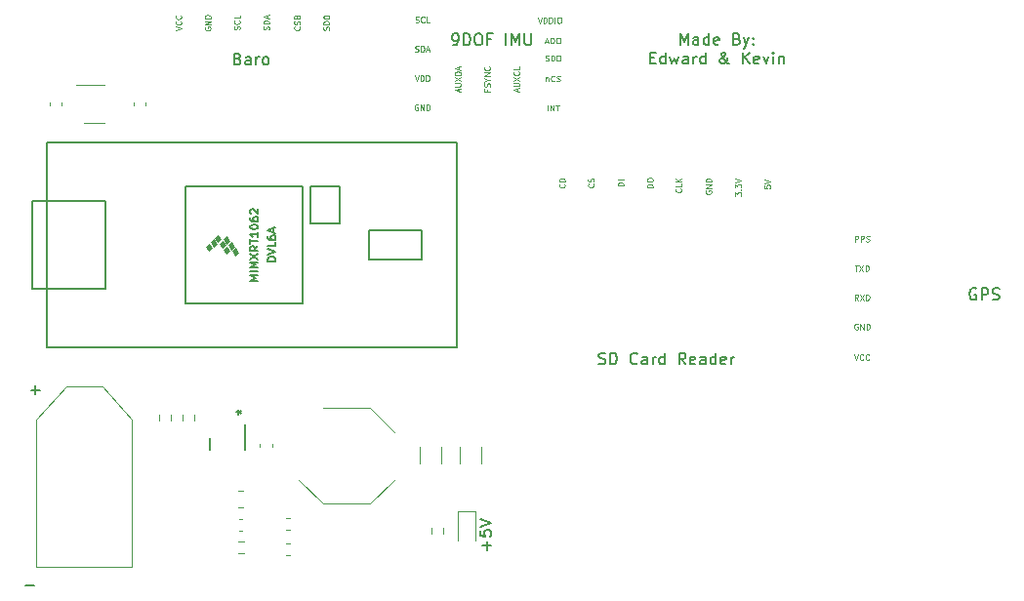
<source format=gbr>
%TF.GenerationSoftware,KiCad,Pcbnew,5.1.10-88a1d61d58~88~ubuntu18.04.1*%
%TF.CreationDate,2021-05-26T13:38:31+10:00*%
%TF.ProjectId,prototype_rocket_fc,70726f74-6f74-4797-9065-5f726f636b65,rev?*%
%TF.SameCoordinates,Original*%
%TF.FileFunction,Legend,Top*%
%TF.FilePolarity,Positive*%
%FSLAX46Y46*%
G04 Gerber Fmt 4.6, Leading zero omitted, Abs format (unit mm)*
G04 Created by KiCad (PCBNEW 5.1.10-88a1d61d58~88~ubuntu18.04.1) date 2021-05-26 13:38:31*
%MOMM*%
%LPD*%
G01*
G04 APERTURE LIST*
%ADD10C,0.150000*%
%ADD11C,0.120000*%
%ADD12C,0.100000*%
%ADD13C,0.152400*%
G04 APERTURE END LIST*
D10*
X93433333Y-43127380D02*
X93433333Y-42127380D01*
X93766666Y-42841666D01*
X94100000Y-42127380D01*
X94100000Y-43127380D01*
X95004761Y-43127380D02*
X95004761Y-42603571D01*
X94957142Y-42508333D01*
X94861904Y-42460714D01*
X94671428Y-42460714D01*
X94576190Y-42508333D01*
X95004761Y-43079761D02*
X94909523Y-43127380D01*
X94671428Y-43127380D01*
X94576190Y-43079761D01*
X94528571Y-42984523D01*
X94528571Y-42889285D01*
X94576190Y-42794047D01*
X94671428Y-42746428D01*
X94909523Y-42746428D01*
X95004761Y-42698809D01*
X95909523Y-43127380D02*
X95909523Y-42127380D01*
X95909523Y-43079761D02*
X95814285Y-43127380D01*
X95623809Y-43127380D01*
X95528571Y-43079761D01*
X95480952Y-43032142D01*
X95433333Y-42936904D01*
X95433333Y-42651190D01*
X95480952Y-42555952D01*
X95528571Y-42508333D01*
X95623809Y-42460714D01*
X95814285Y-42460714D01*
X95909523Y-42508333D01*
X96766666Y-43079761D02*
X96671428Y-43127380D01*
X96480952Y-43127380D01*
X96385714Y-43079761D01*
X96338095Y-42984523D01*
X96338095Y-42603571D01*
X96385714Y-42508333D01*
X96480952Y-42460714D01*
X96671428Y-42460714D01*
X96766666Y-42508333D01*
X96814285Y-42603571D01*
X96814285Y-42698809D01*
X96338095Y-42794047D01*
X98338095Y-42603571D02*
X98480952Y-42651190D01*
X98528571Y-42698809D01*
X98576190Y-42794047D01*
X98576190Y-42936904D01*
X98528571Y-43032142D01*
X98480952Y-43079761D01*
X98385714Y-43127380D01*
X98004761Y-43127380D01*
X98004761Y-42127380D01*
X98338095Y-42127380D01*
X98433333Y-42175000D01*
X98480952Y-42222619D01*
X98528571Y-42317857D01*
X98528571Y-42413095D01*
X98480952Y-42508333D01*
X98433333Y-42555952D01*
X98338095Y-42603571D01*
X98004761Y-42603571D01*
X98909523Y-42460714D02*
X99147619Y-43127380D01*
X99385714Y-42460714D02*
X99147619Y-43127380D01*
X99052380Y-43365476D01*
X99004761Y-43413095D01*
X98909523Y-43460714D01*
X99766666Y-43032142D02*
X99814285Y-43079761D01*
X99766666Y-43127380D01*
X99719047Y-43079761D01*
X99766666Y-43032142D01*
X99766666Y-43127380D01*
X99766666Y-42508333D02*
X99814285Y-42555952D01*
X99766666Y-42603571D01*
X99719047Y-42555952D01*
X99766666Y-42508333D01*
X99766666Y-42603571D01*
X90814285Y-44253571D02*
X91147619Y-44253571D01*
X91290476Y-44777380D02*
X90814285Y-44777380D01*
X90814285Y-43777380D01*
X91290476Y-43777380D01*
X92147619Y-44777380D02*
X92147619Y-43777380D01*
X92147619Y-44729761D02*
X92052380Y-44777380D01*
X91861904Y-44777380D01*
X91766666Y-44729761D01*
X91719047Y-44682142D01*
X91671428Y-44586904D01*
X91671428Y-44301190D01*
X91719047Y-44205952D01*
X91766666Y-44158333D01*
X91861904Y-44110714D01*
X92052380Y-44110714D01*
X92147619Y-44158333D01*
X92528571Y-44110714D02*
X92719047Y-44777380D01*
X92909523Y-44301190D01*
X93100000Y-44777380D01*
X93290476Y-44110714D01*
X94100000Y-44777380D02*
X94100000Y-44253571D01*
X94052380Y-44158333D01*
X93957142Y-44110714D01*
X93766666Y-44110714D01*
X93671428Y-44158333D01*
X94100000Y-44729761D02*
X94004761Y-44777380D01*
X93766666Y-44777380D01*
X93671428Y-44729761D01*
X93623809Y-44634523D01*
X93623809Y-44539285D01*
X93671428Y-44444047D01*
X93766666Y-44396428D01*
X94004761Y-44396428D01*
X94100000Y-44348809D01*
X94576190Y-44777380D02*
X94576190Y-44110714D01*
X94576190Y-44301190D02*
X94623809Y-44205952D01*
X94671428Y-44158333D01*
X94766666Y-44110714D01*
X94861904Y-44110714D01*
X95623809Y-44777380D02*
X95623809Y-43777380D01*
X95623809Y-44729761D02*
X95528571Y-44777380D01*
X95338095Y-44777380D01*
X95242857Y-44729761D01*
X95195238Y-44682142D01*
X95147619Y-44586904D01*
X95147619Y-44301190D01*
X95195238Y-44205952D01*
X95242857Y-44158333D01*
X95338095Y-44110714D01*
X95528571Y-44110714D01*
X95623809Y-44158333D01*
X97671428Y-44777380D02*
X97623809Y-44777380D01*
X97528571Y-44729761D01*
X97385714Y-44586904D01*
X97147619Y-44301190D01*
X97052380Y-44158333D01*
X97004761Y-44015476D01*
X97004761Y-43920238D01*
X97052380Y-43825000D01*
X97147619Y-43777380D01*
X97195238Y-43777380D01*
X97290476Y-43825000D01*
X97338095Y-43920238D01*
X97338095Y-43967857D01*
X97290476Y-44063095D01*
X97242857Y-44110714D01*
X96957142Y-44301190D01*
X96909523Y-44348809D01*
X96861904Y-44444047D01*
X96861904Y-44586904D01*
X96909523Y-44682142D01*
X96957142Y-44729761D01*
X97052380Y-44777380D01*
X97195238Y-44777380D01*
X97290476Y-44729761D01*
X97338095Y-44682142D01*
X97480952Y-44491666D01*
X97528571Y-44348809D01*
X97528571Y-44253571D01*
X98861904Y-44777380D02*
X98861904Y-43777380D01*
X99433333Y-44777380D02*
X99004761Y-44205952D01*
X99433333Y-43777380D02*
X98861904Y-44348809D01*
X100242857Y-44729761D02*
X100147619Y-44777380D01*
X99957142Y-44777380D01*
X99861904Y-44729761D01*
X99814285Y-44634523D01*
X99814285Y-44253571D01*
X99861904Y-44158333D01*
X99957142Y-44110714D01*
X100147619Y-44110714D01*
X100242857Y-44158333D01*
X100290476Y-44253571D01*
X100290476Y-44348809D01*
X99814285Y-44444047D01*
X100623809Y-44110714D02*
X100861904Y-44777380D01*
X101100000Y-44110714D01*
X101480952Y-44777380D02*
X101480952Y-44110714D01*
X101480952Y-43777380D02*
X101433333Y-43825000D01*
X101480952Y-43872619D01*
X101528571Y-43825000D01*
X101480952Y-43777380D01*
X101480952Y-43872619D01*
X101957142Y-44110714D02*
X101957142Y-44777380D01*
X101957142Y-44205952D02*
X102004761Y-44158333D01*
X102100000Y-44110714D01*
X102242857Y-44110714D01*
X102338095Y-44158333D01*
X102385714Y-44253571D01*
X102385714Y-44777380D01*
X55057142Y-44328571D02*
X55200000Y-44376190D01*
X55247619Y-44423809D01*
X55295238Y-44519047D01*
X55295238Y-44661904D01*
X55247619Y-44757142D01*
X55200000Y-44804761D01*
X55104761Y-44852380D01*
X54723809Y-44852380D01*
X54723809Y-43852380D01*
X55057142Y-43852380D01*
X55152380Y-43900000D01*
X55200000Y-43947619D01*
X55247619Y-44042857D01*
X55247619Y-44138095D01*
X55200000Y-44233333D01*
X55152380Y-44280952D01*
X55057142Y-44328571D01*
X54723809Y-44328571D01*
X56152380Y-44852380D02*
X56152380Y-44328571D01*
X56104761Y-44233333D01*
X56009523Y-44185714D01*
X55819047Y-44185714D01*
X55723809Y-44233333D01*
X56152380Y-44804761D02*
X56057142Y-44852380D01*
X55819047Y-44852380D01*
X55723809Y-44804761D01*
X55676190Y-44709523D01*
X55676190Y-44614285D01*
X55723809Y-44519047D01*
X55819047Y-44471428D01*
X56057142Y-44471428D01*
X56152380Y-44423809D01*
X56628571Y-44852380D02*
X56628571Y-44185714D01*
X56628571Y-44376190D02*
X56676190Y-44280952D01*
X56723809Y-44233333D01*
X56819047Y-44185714D01*
X56914285Y-44185714D01*
X57390476Y-44852380D02*
X57295238Y-44804761D01*
X57247619Y-44757142D01*
X57200000Y-44661904D01*
X57200000Y-44376190D01*
X57247619Y-44280952D01*
X57295238Y-44233333D01*
X57390476Y-44185714D01*
X57533333Y-44185714D01*
X57628571Y-44233333D01*
X57676190Y-44280952D01*
X57723809Y-44376190D01*
X57723809Y-44661904D01*
X57676190Y-44757142D01*
X57628571Y-44804761D01*
X57533333Y-44852380D01*
X57390476Y-44852380D01*
X73742857Y-43152380D02*
X73933333Y-43152380D01*
X74028571Y-43104761D01*
X74076190Y-43057142D01*
X74171428Y-42914285D01*
X74219047Y-42723809D01*
X74219047Y-42342857D01*
X74171428Y-42247619D01*
X74123809Y-42200000D01*
X74028571Y-42152380D01*
X73838095Y-42152380D01*
X73742857Y-42200000D01*
X73695238Y-42247619D01*
X73647619Y-42342857D01*
X73647619Y-42580952D01*
X73695238Y-42676190D01*
X73742857Y-42723809D01*
X73838095Y-42771428D01*
X74028571Y-42771428D01*
X74123809Y-42723809D01*
X74171428Y-42676190D01*
X74219047Y-42580952D01*
X74647619Y-43152380D02*
X74647619Y-42152380D01*
X74885714Y-42152380D01*
X75028571Y-42200000D01*
X75123809Y-42295238D01*
X75171428Y-42390476D01*
X75219047Y-42580952D01*
X75219047Y-42723809D01*
X75171428Y-42914285D01*
X75123809Y-43009523D01*
X75028571Y-43104761D01*
X74885714Y-43152380D01*
X74647619Y-43152380D01*
X75838095Y-42152380D02*
X76028571Y-42152380D01*
X76123809Y-42200000D01*
X76219047Y-42295238D01*
X76266666Y-42485714D01*
X76266666Y-42819047D01*
X76219047Y-43009523D01*
X76123809Y-43104761D01*
X76028571Y-43152380D01*
X75838095Y-43152380D01*
X75742857Y-43104761D01*
X75647619Y-43009523D01*
X75600000Y-42819047D01*
X75600000Y-42485714D01*
X75647619Y-42295238D01*
X75742857Y-42200000D01*
X75838095Y-42152380D01*
X77028571Y-42628571D02*
X76695238Y-42628571D01*
X76695238Y-43152380D02*
X76695238Y-42152380D01*
X77171428Y-42152380D01*
X78314285Y-43152380D02*
X78314285Y-42152380D01*
X78790476Y-43152380D02*
X78790476Y-42152380D01*
X79123809Y-42866666D01*
X79457142Y-42152380D01*
X79457142Y-43152380D01*
X79933333Y-42152380D02*
X79933333Y-42961904D01*
X79980952Y-43057142D01*
X80028571Y-43104761D01*
X80123809Y-43152380D01*
X80314285Y-43152380D01*
X80409523Y-43104761D01*
X80457142Y-43057142D01*
X80504761Y-42961904D01*
X80504761Y-42152380D01*
X119085714Y-64300000D02*
X118990476Y-64252380D01*
X118847619Y-64252380D01*
X118704761Y-64300000D01*
X118609523Y-64395238D01*
X118561904Y-64490476D01*
X118514285Y-64680952D01*
X118514285Y-64823809D01*
X118561904Y-65014285D01*
X118609523Y-65109523D01*
X118704761Y-65204761D01*
X118847619Y-65252380D01*
X118942857Y-65252380D01*
X119085714Y-65204761D01*
X119133333Y-65157142D01*
X119133333Y-64823809D01*
X118942857Y-64823809D01*
X119561904Y-65252380D02*
X119561904Y-64252380D01*
X119942857Y-64252380D01*
X120038095Y-64300000D01*
X120085714Y-64347619D01*
X120133333Y-64442857D01*
X120133333Y-64585714D01*
X120085714Y-64680952D01*
X120038095Y-64728571D01*
X119942857Y-64776190D01*
X119561904Y-64776190D01*
X120514285Y-65204761D02*
X120657142Y-65252380D01*
X120895238Y-65252380D01*
X120990476Y-65204761D01*
X121038095Y-65157142D01*
X121085714Y-65061904D01*
X121085714Y-64966666D01*
X121038095Y-64871428D01*
X120990476Y-64823809D01*
X120895238Y-64776190D01*
X120704761Y-64728571D01*
X120609523Y-64680952D01*
X120561904Y-64633333D01*
X120514285Y-64538095D01*
X120514285Y-64442857D01*
X120561904Y-64347619D01*
X120609523Y-64300000D01*
X120704761Y-64252380D01*
X120942857Y-64252380D01*
X121085714Y-64300000D01*
X86366666Y-70804761D02*
X86509523Y-70852380D01*
X86747619Y-70852380D01*
X86842857Y-70804761D01*
X86890476Y-70757142D01*
X86938095Y-70661904D01*
X86938095Y-70566666D01*
X86890476Y-70471428D01*
X86842857Y-70423809D01*
X86747619Y-70376190D01*
X86557142Y-70328571D01*
X86461904Y-70280952D01*
X86414285Y-70233333D01*
X86366666Y-70138095D01*
X86366666Y-70042857D01*
X86414285Y-69947619D01*
X86461904Y-69900000D01*
X86557142Y-69852380D01*
X86795238Y-69852380D01*
X86938095Y-69900000D01*
X87366666Y-70852380D02*
X87366666Y-69852380D01*
X87604761Y-69852380D01*
X87747619Y-69900000D01*
X87842857Y-69995238D01*
X87890476Y-70090476D01*
X87938095Y-70280952D01*
X87938095Y-70423809D01*
X87890476Y-70614285D01*
X87842857Y-70709523D01*
X87747619Y-70804761D01*
X87604761Y-70852380D01*
X87366666Y-70852380D01*
X89700000Y-70757142D02*
X89652380Y-70804761D01*
X89509523Y-70852380D01*
X89414285Y-70852380D01*
X89271428Y-70804761D01*
X89176190Y-70709523D01*
X89128571Y-70614285D01*
X89080952Y-70423809D01*
X89080952Y-70280952D01*
X89128571Y-70090476D01*
X89176190Y-69995238D01*
X89271428Y-69900000D01*
X89414285Y-69852380D01*
X89509523Y-69852380D01*
X89652380Y-69900000D01*
X89700000Y-69947619D01*
X90557142Y-70852380D02*
X90557142Y-70328571D01*
X90509523Y-70233333D01*
X90414285Y-70185714D01*
X90223809Y-70185714D01*
X90128571Y-70233333D01*
X90557142Y-70804761D02*
X90461904Y-70852380D01*
X90223809Y-70852380D01*
X90128571Y-70804761D01*
X90080952Y-70709523D01*
X90080952Y-70614285D01*
X90128571Y-70519047D01*
X90223809Y-70471428D01*
X90461904Y-70471428D01*
X90557142Y-70423809D01*
X91033333Y-70852380D02*
X91033333Y-70185714D01*
X91033333Y-70376190D02*
X91080952Y-70280952D01*
X91128571Y-70233333D01*
X91223809Y-70185714D01*
X91319047Y-70185714D01*
X92080952Y-70852380D02*
X92080952Y-69852380D01*
X92080952Y-70804761D02*
X91985714Y-70852380D01*
X91795238Y-70852380D01*
X91700000Y-70804761D01*
X91652380Y-70757142D01*
X91604761Y-70661904D01*
X91604761Y-70376190D01*
X91652380Y-70280952D01*
X91700000Y-70233333D01*
X91795238Y-70185714D01*
X91985714Y-70185714D01*
X92080952Y-70233333D01*
X93890476Y-70852380D02*
X93557142Y-70376190D01*
X93319047Y-70852380D02*
X93319047Y-69852380D01*
X93700000Y-69852380D01*
X93795238Y-69900000D01*
X93842857Y-69947619D01*
X93890476Y-70042857D01*
X93890476Y-70185714D01*
X93842857Y-70280952D01*
X93795238Y-70328571D01*
X93700000Y-70376190D01*
X93319047Y-70376190D01*
X94700000Y-70804761D02*
X94604761Y-70852380D01*
X94414285Y-70852380D01*
X94319047Y-70804761D01*
X94271428Y-70709523D01*
X94271428Y-70328571D01*
X94319047Y-70233333D01*
X94414285Y-70185714D01*
X94604761Y-70185714D01*
X94700000Y-70233333D01*
X94747619Y-70328571D01*
X94747619Y-70423809D01*
X94271428Y-70519047D01*
X95604761Y-70852380D02*
X95604761Y-70328571D01*
X95557142Y-70233333D01*
X95461904Y-70185714D01*
X95271428Y-70185714D01*
X95176190Y-70233333D01*
X95604761Y-70804761D02*
X95509523Y-70852380D01*
X95271428Y-70852380D01*
X95176190Y-70804761D01*
X95128571Y-70709523D01*
X95128571Y-70614285D01*
X95176190Y-70519047D01*
X95271428Y-70471428D01*
X95509523Y-70471428D01*
X95604761Y-70423809D01*
X96509523Y-70852380D02*
X96509523Y-69852380D01*
X96509523Y-70804761D02*
X96414285Y-70852380D01*
X96223809Y-70852380D01*
X96128571Y-70804761D01*
X96080952Y-70757142D01*
X96033333Y-70661904D01*
X96033333Y-70376190D01*
X96080952Y-70280952D01*
X96128571Y-70233333D01*
X96223809Y-70185714D01*
X96414285Y-70185714D01*
X96509523Y-70233333D01*
X97366666Y-70804761D02*
X97271428Y-70852380D01*
X97080952Y-70852380D01*
X96985714Y-70804761D01*
X96938095Y-70709523D01*
X96938095Y-70328571D01*
X96985714Y-70233333D01*
X97080952Y-70185714D01*
X97271428Y-70185714D01*
X97366666Y-70233333D01*
X97414285Y-70328571D01*
X97414285Y-70423809D01*
X96938095Y-70519047D01*
X97842857Y-70852380D02*
X97842857Y-70185714D01*
X97842857Y-70376190D02*
X97890476Y-70280952D01*
X97938095Y-70233333D01*
X98033333Y-70185714D01*
X98128571Y-70185714D01*
X76671428Y-86985714D02*
X76671428Y-86223809D01*
X77052380Y-86604761D02*
X76290476Y-86604761D01*
X76052380Y-85271428D02*
X76052380Y-85747619D01*
X76528571Y-85795238D01*
X76480952Y-85747619D01*
X76433333Y-85652380D01*
X76433333Y-85414285D01*
X76480952Y-85319047D01*
X76528571Y-85271428D01*
X76623809Y-85223809D01*
X76861904Y-85223809D01*
X76957142Y-85271428D01*
X77004761Y-85319047D01*
X77052380Y-85414285D01*
X77052380Y-85652380D01*
X77004761Y-85747619D01*
X76957142Y-85795238D01*
X76052380Y-84938095D02*
X77052380Y-84604761D01*
X76052380Y-84271428D01*
X36619047Y-90071428D02*
X37380952Y-90071428D01*
X37119047Y-73071428D02*
X37880952Y-73071428D01*
X37500000Y-73452380D02*
X37500000Y-72690476D01*
D11*
%TO.C,R5*%
X71827500Y-85000276D02*
X71827500Y-85509724D01*
X72872500Y-85000276D02*
X72872500Y-85509724D01*
%TO.C,D1*%
X74165000Y-83640000D02*
X74165000Y-86100000D01*
X75635000Y-83640000D02*
X74165000Y-83640000D01*
X75635000Y-86100000D02*
X75635000Y-83640000D01*
D10*
%TO.C,U2*%
X38470000Y-64310000D02*
X37200000Y-64310000D01*
X37200000Y-64310000D02*
X37200000Y-56690000D01*
X37200000Y-56690000D02*
X38470000Y-56690000D01*
X43550000Y-64310000D02*
X43550000Y-56690000D01*
X43550000Y-56690000D02*
X38470000Y-56690000D01*
X43550000Y-64310000D02*
X38470000Y-64310000D01*
X70982000Y-59230000D02*
X70982000Y-61770000D01*
X70982000Y-61770000D02*
X66410000Y-61770000D01*
X66410000Y-61770000D02*
X66410000Y-59230000D01*
X66410000Y-59230000D02*
X70982000Y-59230000D01*
X60695000Y-65580000D02*
X60695000Y-55420000D01*
X50535000Y-55420000D02*
X50535000Y-65580000D01*
X60695000Y-55420000D02*
X50535000Y-55420000D01*
X60695000Y-65580000D02*
X50535000Y-65580000D01*
X38470000Y-51610000D02*
X74030000Y-51610000D01*
X74030000Y-51610000D02*
X74030000Y-69390000D01*
X74030000Y-69390000D02*
X38470000Y-69390000D01*
X38470000Y-69390000D02*
X38470000Y-51610000D01*
X61330000Y-55420000D02*
X63870000Y-55420000D01*
X63870000Y-55420000D02*
X63870000Y-58595000D01*
X63870000Y-58595000D02*
X61330000Y-58595000D01*
X61330000Y-58595000D02*
X61330000Y-55420000D01*
D12*
G36*
X53075000Y-59865000D02*
G01*
X53329000Y-59611000D01*
X53583000Y-59992000D01*
X53329000Y-60246000D01*
X53075000Y-59865000D01*
G37*
X53075000Y-59865000D02*
X53329000Y-59611000D01*
X53583000Y-59992000D01*
X53329000Y-60246000D01*
X53075000Y-59865000D01*
G36*
X53456000Y-60373000D02*
G01*
X53710000Y-60119000D01*
X53964000Y-60500000D01*
X53710000Y-60754000D01*
X53456000Y-60373000D01*
G37*
X53456000Y-60373000D02*
X53710000Y-60119000D01*
X53964000Y-60500000D01*
X53710000Y-60754000D01*
X53456000Y-60373000D01*
G36*
X53837000Y-60881000D02*
G01*
X54091000Y-60627000D01*
X54345000Y-61008000D01*
X54091000Y-61262000D01*
X53837000Y-60881000D01*
G37*
X53837000Y-60881000D02*
X54091000Y-60627000D01*
X54345000Y-61008000D01*
X54091000Y-61262000D01*
X53837000Y-60881000D01*
G36*
X53837000Y-59992000D02*
G01*
X54091000Y-59738000D01*
X54345000Y-60119000D01*
X54091000Y-60373000D01*
X53837000Y-59992000D01*
G37*
X53837000Y-59992000D02*
X54091000Y-59738000D01*
X54345000Y-60119000D01*
X54091000Y-60373000D01*
X53837000Y-59992000D01*
G36*
X54218000Y-60500000D02*
G01*
X54472000Y-60246000D01*
X54726000Y-60627000D01*
X54472000Y-60881000D01*
X54218000Y-60500000D01*
G37*
X54218000Y-60500000D02*
X54472000Y-60246000D01*
X54726000Y-60627000D01*
X54472000Y-60881000D01*
X54218000Y-60500000D01*
G36*
X54599000Y-61008000D02*
G01*
X54853000Y-60754000D01*
X55107000Y-61135000D01*
X54853000Y-61389000D01*
X54599000Y-61008000D01*
G37*
X54599000Y-61008000D02*
X54853000Y-60754000D01*
X55107000Y-61135000D01*
X54853000Y-61389000D01*
X54599000Y-61008000D01*
G36*
X52694000Y-60246000D02*
G01*
X52948000Y-59992000D01*
X53202000Y-60373000D01*
X52948000Y-60627000D01*
X52694000Y-60246000D01*
G37*
X52694000Y-60246000D02*
X52948000Y-59992000D01*
X53202000Y-60373000D01*
X52948000Y-60627000D01*
X52694000Y-60246000D01*
G36*
X52313000Y-60627000D02*
G01*
X52567000Y-60373000D01*
X52821000Y-60754000D01*
X52567000Y-61008000D01*
X52313000Y-60627000D01*
G37*
X52313000Y-60627000D02*
X52567000Y-60373000D01*
X52821000Y-60754000D01*
X52567000Y-61008000D01*
X52313000Y-60627000D01*
D11*
%TO.C,C1*%
X59253733Y-87410000D02*
X59546267Y-87410000D01*
X59253733Y-86390000D02*
X59546267Y-86390000D01*
%TO.C,C2*%
X59253733Y-84190000D02*
X59546267Y-84190000D01*
X59253733Y-85210000D02*
X59546267Y-85210000D01*
%TO.C,C3*%
X55446267Y-85260000D02*
X55153733Y-85260000D01*
X55446267Y-84240000D02*
X55153733Y-84240000D01*
%TO.C,C4*%
X58010000Y-78008767D02*
X58010000Y-77716233D01*
X56990000Y-78008767D02*
X56990000Y-77716233D01*
%TO.C,C5*%
X74340000Y-79461252D02*
X74340000Y-78038748D01*
X76160000Y-79461252D02*
X76160000Y-78038748D01*
%TO.C,C6*%
X72660000Y-79461252D02*
X72660000Y-78038748D01*
X70840000Y-79461252D02*
X70840000Y-78038748D01*
%TO.C,C7*%
X39760000Y-48103733D02*
X39760000Y-48396267D01*
X38740000Y-48103733D02*
X38740000Y-48396267D01*
%TO.C,C8*%
X45990000Y-48103733D02*
X45990000Y-48396267D01*
X47010000Y-48103733D02*
X47010000Y-48396267D01*
%TO.C,L1*%
X66550000Y-74650000D02*
X68650000Y-76750000D01*
X66550000Y-82950000D02*
X68650000Y-80850000D01*
X66550000Y-82950000D02*
X62450000Y-82950000D01*
X62450000Y-82950000D02*
X60350000Y-80850000D01*
X62450000Y-74650000D02*
X66550000Y-74650000D01*
%TO.C,R1*%
X55527064Y-83285000D02*
X55072936Y-83285000D01*
X55527064Y-81815000D02*
X55072936Y-81815000D01*
%TO.C,R2*%
X55554724Y-87272500D02*
X55045276Y-87272500D01*
X55554724Y-86227500D02*
X55045276Y-86227500D01*
%TO.C,R3*%
X49272500Y-75245276D02*
X49272500Y-75754724D01*
X48227500Y-75245276D02*
X48227500Y-75754724D01*
%TO.C,R4*%
X51272500Y-75754724D02*
X51272500Y-75245276D01*
X50227500Y-75754724D02*
X50227500Y-75245276D01*
D13*
%TO.C,U6*%
X55699999Y-76075000D02*
X55699999Y-78249999D01*
X52600001Y-77275000D02*
X52600001Y-78249999D01*
D11*
%TO.C,U7*%
X41700000Y-49860000D02*
X43500000Y-49860000D01*
X43500000Y-46640000D02*
X41050000Y-46640000D01*
%TO.C,J1*%
X40200000Y-72750000D02*
X37600000Y-75600000D01*
X45900000Y-75600000D02*
X43350000Y-72750000D01*
X37600000Y-88450000D02*
X45900000Y-88450000D01*
X37600000Y-75600000D02*
X37600000Y-88450000D01*
X43350000Y-72750000D02*
X40200000Y-72750000D01*
X45900000Y-88450000D02*
X45900000Y-75600000D01*
%TO.C,U1*%
D12*
X98196190Y-56238095D02*
X98196190Y-55928571D01*
X98386666Y-56095238D01*
X98386666Y-56023809D01*
X98410476Y-55976190D01*
X98434285Y-55952380D01*
X98481904Y-55928571D01*
X98600952Y-55928571D01*
X98648571Y-55952380D01*
X98672380Y-55976190D01*
X98696190Y-56023809D01*
X98696190Y-56166666D01*
X98672380Y-56214285D01*
X98648571Y-56238095D01*
X98648571Y-55714285D02*
X98672380Y-55690476D01*
X98696190Y-55714285D01*
X98672380Y-55738095D01*
X98648571Y-55714285D01*
X98696190Y-55714285D01*
X98196190Y-55523809D02*
X98196190Y-55214285D01*
X98386666Y-55380952D01*
X98386666Y-55309523D01*
X98410476Y-55261904D01*
X98434285Y-55238095D01*
X98481904Y-55214285D01*
X98600952Y-55214285D01*
X98648571Y-55238095D01*
X98672380Y-55261904D01*
X98696190Y-55309523D01*
X98696190Y-55452380D01*
X98672380Y-55500000D01*
X98648571Y-55523809D01*
X98196190Y-55071428D02*
X98696190Y-54904761D01*
X98196190Y-54738095D01*
X95650000Y-55780952D02*
X95626190Y-55828571D01*
X95626190Y-55900000D01*
X95650000Y-55971428D01*
X95697619Y-56019047D01*
X95745238Y-56042857D01*
X95840476Y-56066666D01*
X95911904Y-56066666D01*
X96007142Y-56042857D01*
X96054761Y-56019047D01*
X96102380Y-55971428D01*
X96126190Y-55900000D01*
X96126190Y-55852380D01*
X96102380Y-55780952D01*
X96078571Y-55757142D01*
X95911904Y-55757142D01*
X95911904Y-55852380D01*
X96126190Y-55542857D02*
X95626190Y-55542857D01*
X96126190Y-55257142D01*
X95626190Y-55257142D01*
X96126190Y-55019047D02*
X95626190Y-55019047D01*
X95626190Y-54900000D01*
X95650000Y-54828571D01*
X95697619Y-54780952D01*
X95745238Y-54757142D01*
X95840476Y-54733333D01*
X95911904Y-54733333D01*
X96007142Y-54757142D01*
X96054761Y-54780952D01*
X96102380Y-54828571D01*
X96126190Y-54900000D01*
X96126190Y-55019047D01*
X93478571Y-55597619D02*
X93502380Y-55621428D01*
X93526190Y-55692857D01*
X93526190Y-55740476D01*
X93502380Y-55811904D01*
X93454761Y-55859523D01*
X93407142Y-55883333D01*
X93311904Y-55907142D01*
X93240476Y-55907142D01*
X93145238Y-55883333D01*
X93097619Y-55859523D01*
X93050000Y-55811904D01*
X93026190Y-55740476D01*
X93026190Y-55692857D01*
X93050000Y-55621428D01*
X93073809Y-55597619D01*
X93526190Y-55145238D02*
X93526190Y-55383333D01*
X93026190Y-55383333D01*
X93526190Y-54978571D02*
X93026190Y-54978571D01*
X93526190Y-54692857D02*
X93240476Y-54907142D01*
X93026190Y-54692857D02*
X93311904Y-54978571D01*
X100726190Y-55295238D02*
X100726190Y-55533333D01*
X100964285Y-55557142D01*
X100940476Y-55533333D01*
X100916666Y-55485714D01*
X100916666Y-55366666D01*
X100940476Y-55319047D01*
X100964285Y-55295238D01*
X101011904Y-55271428D01*
X101130952Y-55271428D01*
X101178571Y-55295238D01*
X101202380Y-55319047D01*
X101226190Y-55366666D01*
X101226190Y-55485714D01*
X101202380Y-55533333D01*
X101178571Y-55557142D01*
X100726190Y-55128571D02*
X101226190Y-54961904D01*
X100726190Y-54795238D01*
X88496190Y-55350000D02*
X87996190Y-55350000D01*
X87996190Y-55230952D01*
X88020000Y-55159523D01*
X88067619Y-55111904D01*
X88115238Y-55088095D01*
X88210476Y-55064285D01*
X88281904Y-55064285D01*
X88377142Y-55088095D01*
X88424761Y-55111904D01*
X88472380Y-55159523D01*
X88496190Y-55230952D01*
X88496190Y-55350000D01*
X88496190Y-54850000D02*
X87996190Y-54850000D01*
X85878571Y-55183333D02*
X85902380Y-55207142D01*
X85926190Y-55278571D01*
X85926190Y-55326190D01*
X85902380Y-55397619D01*
X85854761Y-55445238D01*
X85807142Y-55469047D01*
X85711904Y-55492857D01*
X85640476Y-55492857D01*
X85545238Y-55469047D01*
X85497619Y-55445238D01*
X85450000Y-55397619D01*
X85426190Y-55326190D01*
X85426190Y-55278571D01*
X85450000Y-55207142D01*
X85473809Y-55183333D01*
X85902380Y-54992857D02*
X85926190Y-54921428D01*
X85926190Y-54802380D01*
X85902380Y-54754761D01*
X85878571Y-54730952D01*
X85830952Y-54707142D01*
X85783333Y-54707142D01*
X85735714Y-54730952D01*
X85711904Y-54754761D01*
X85688095Y-54802380D01*
X85664285Y-54897619D01*
X85640476Y-54945238D01*
X85616666Y-54969047D01*
X85569047Y-54992857D01*
X85521428Y-54992857D01*
X85473809Y-54969047D01*
X85450000Y-54945238D01*
X85426190Y-54897619D01*
X85426190Y-54778571D01*
X85450000Y-54707142D01*
X83378571Y-55195238D02*
X83402380Y-55219047D01*
X83426190Y-55290476D01*
X83426190Y-55338095D01*
X83402380Y-55409523D01*
X83354761Y-55457142D01*
X83307142Y-55480952D01*
X83211904Y-55504761D01*
X83140476Y-55504761D01*
X83045238Y-55480952D01*
X82997619Y-55457142D01*
X82950000Y-55409523D01*
X82926190Y-55338095D01*
X82926190Y-55290476D01*
X82950000Y-55219047D01*
X82973809Y-55195238D01*
X83426190Y-54980952D02*
X82926190Y-54980952D01*
X82926190Y-54861904D01*
X82950000Y-54790476D01*
X82997619Y-54742857D01*
X83045238Y-54719047D01*
X83140476Y-54695238D01*
X83211904Y-54695238D01*
X83307142Y-54719047D01*
X83354761Y-54742857D01*
X83402380Y-54790476D01*
X83426190Y-54861904D01*
X83426190Y-54980952D01*
X91036190Y-55492857D02*
X90536190Y-55492857D01*
X90536190Y-55373809D01*
X90560000Y-55302380D01*
X90607619Y-55254761D01*
X90655238Y-55230952D01*
X90750476Y-55207142D01*
X90821904Y-55207142D01*
X90917142Y-55230952D01*
X90964761Y-55254761D01*
X91012380Y-55302380D01*
X91036190Y-55373809D01*
X91036190Y-55492857D01*
X90536190Y-54897619D02*
X90536190Y-54802380D01*
X90560000Y-54754761D01*
X90607619Y-54707142D01*
X90702857Y-54683333D01*
X90869523Y-54683333D01*
X90964761Y-54707142D01*
X91012380Y-54754761D01*
X91036190Y-54802380D01*
X91036190Y-54897619D01*
X91012380Y-54945238D01*
X90964761Y-54992857D01*
X90869523Y-55016666D01*
X90702857Y-55016666D01*
X90607619Y-54992857D01*
X90560000Y-54945238D01*
X90536190Y-54897619D01*
%TO.C,U2*%
D10*
X56820666Y-63583333D02*
X56120666Y-63583333D01*
X56620666Y-63350000D01*
X56120666Y-63116666D01*
X56820666Y-63116666D01*
X56820666Y-62783333D02*
X56120666Y-62783333D01*
X56820666Y-62450000D02*
X56120666Y-62450000D01*
X56620666Y-62216666D01*
X56120666Y-61983333D01*
X56820666Y-61983333D01*
X56120666Y-61716666D02*
X56820666Y-61250000D01*
X56120666Y-61250000D02*
X56820666Y-61716666D01*
X56820666Y-60583333D02*
X56487333Y-60816666D01*
X56820666Y-60983333D02*
X56120666Y-60983333D01*
X56120666Y-60716666D01*
X56154000Y-60650000D01*
X56187333Y-60616666D01*
X56254000Y-60583333D01*
X56354000Y-60583333D01*
X56420666Y-60616666D01*
X56454000Y-60650000D01*
X56487333Y-60716666D01*
X56487333Y-60983333D01*
X56120666Y-60383333D02*
X56120666Y-59983333D01*
X56820666Y-60183333D02*
X56120666Y-60183333D01*
X56820666Y-59383333D02*
X56820666Y-59783333D01*
X56820666Y-59583333D02*
X56120666Y-59583333D01*
X56220666Y-59650000D01*
X56287333Y-59716666D01*
X56320666Y-59783333D01*
X56120666Y-58950000D02*
X56120666Y-58883333D01*
X56154000Y-58816666D01*
X56187333Y-58783333D01*
X56254000Y-58750000D01*
X56387333Y-58716666D01*
X56554000Y-58716666D01*
X56687333Y-58750000D01*
X56754000Y-58783333D01*
X56787333Y-58816666D01*
X56820666Y-58883333D01*
X56820666Y-58950000D01*
X56787333Y-59016666D01*
X56754000Y-59050000D01*
X56687333Y-59083333D01*
X56554000Y-59116666D01*
X56387333Y-59116666D01*
X56254000Y-59083333D01*
X56187333Y-59050000D01*
X56154000Y-59016666D01*
X56120666Y-58950000D01*
X56120666Y-58116666D02*
X56120666Y-58250000D01*
X56154000Y-58316666D01*
X56187333Y-58350000D01*
X56287333Y-58416666D01*
X56420666Y-58450000D01*
X56687333Y-58450000D01*
X56754000Y-58416666D01*
X56787333Y-58383333D01*
X56820666Y-58316666D01*
X56820666Y-58183333D01*
X56787333Y-58116666D01*
X56754000Y-58083333D01*
X56687333Y-58050000D01*
X56520666Y-58050000D01*
X56454000Y-58083333D01*
X56420666Y-58116666D01*
X56387333Y-58183333D01*
X56387333Y-58316666D01*
X56420666Y-58383333D01*
X56454000Y-58416666D01*
X56520666Y-58450000D01*
X56187333Y-57783333D02*
X56154000Y-57750000D01*
X56120666Y-57683333D01*
X56120666Y-57516666D01*
X56154000Y-57450000D01*
X56187333Y-57416666D01*
X56254000Y-57383333D01*
X56320666Y-57383333D01*
X56420666Y-57416666D01*
X56820666Y-57816666D01*
X56820666Y-57383333D01*
X58344666Y-61900000D02*
X57644666Y-61900000D01*
X57644666Y-61733333D01*
X57678000Y-61633333D01*
X57744666Y-61566666D01*
X57811333Y-61533333D01*
X57944666Y-61500000D01*
X58044666Y-61500000D01*
X58178000Y-61533333D01*
X58244666Y-61566666D01*
X58311333Y-61633333D01*
X58344666Y-61733333D01*
X58344666Y-61900000D01*
X57644666Y-61300000D02*
X58344666Y-61066666D01*
X57644666Y-60833333D01*
X58344666Y-60266666D02*
X58344666Y-60600000D01*
X57644666Y-60600000D01*
X57644666Y-59733333D02*
X57644666Y-59866666D01*
X57678000Y-59933333D01*
X57711333Y-59966666D01*
X57811333Y-60033333D01*
X57944666Y-60066666D01*
X58211333Y-60066666D01*
X58278000Y-60033333D01*
X58311333Y-60000000D01*
X58344666Y-59933333D01*
X58344666Y-59800000D01*
X58311333Y-59733333D01*
X58278000Y-59700000D01*
X58211333Y-59666666D01*
X58044666Y-59666666D01*
X57978000Y-59700000D01*
X57944666Y-59733333D01*
X57911333Y-59800000D01*
X57911333Y-59933333D01*
X57944666Y-60000000D01*
X57978000Y-60033333D01*
X58044666Y-60066666D01*
X58144666Y-59400000D02*
X58144666Y-59066666D01*
X58344666Y-59466666D02*
X57644666Y-59233333D01*
X58344666Y-59000000D01*
%TO.C,U3*%
D12*
X49656190Y-41866666D02*
X50156190Y-41700000D01*
X49656190Y-41533333D01*
X50108571Y-41080952D02*
X50132380Y-41104761D01*
X50156190Y-41176190D01*
X50156190Y-41223809D01*
X50132380Y-41295238D01*
X50084761Y-41342857D01*
X50037142Y-41366666D01*
X49941904Y-41390476D01*
X49870476Y-41390476D01*
X49775238Y-41366666D01*
X49727619Y-41342857D01*
X49680000Y-41295238D01*
X49656190Y-41223809D01*
X49656190Y-41176190D01*
X49680000Y-41104761D01*
X49703809Y-41080952D01*
X50108571Y-40580952D02*
X50132380Y-40604761D01*
X50156190Y-40676190D01*
X50156190Y-40723809D01*
X50132380Y-40795238D01*
X50084761Y-40842857D01*
X50037142Y-40866666D01*
X49941904Y-40890476D01*
X49870476Y-40890476D01*
X49775238Y-40866666D01*
X49727619Y-40842857D01*
X49680000Y-40795238D01*
X49656190Y-40723809D01*
X49656190Y-40676190D01*
X49680000Y-40604761D01*
X49703809Y-40580952D01*
X57752380Y-41807142D02*
X57776190Y-41735714D01*
X57776190Y-41616666D01*
X57752380Y-41569047D01*
X57728571Y-41545238D01*
X57680952Y-41521428D01*
X57633333Y-41521428D01*
X57585714Y-41545238D01*
X57561904Y-41569047D01*
X57538095Y-41616666D01*
X57514285Y-41711904D01*
X57490476Y-41759523D01*
X57466666Y-41783333D01*
X57419047Y-41807142D01*
X57371428Y-41807142D01*
X57323809Y-41783333D01*
X57300000Y-41759523D01*
X57276190Y-41711904D01*
X57276190Y-41592857D01*
X57300000Y-41521428D01*
X57776190Y-41307142D02*
X57276190Y-41307142D01*
X57276190Y-41188095D01*
X57300000Y-41116666D01*
X57347619Y-41069047D01*
X57395238Y-41045238D01*
X57490476Y-41021428D01*
X57561904Y-41021428D01*
X57657142Y-41045238D01*
X57704761Y-41069047D01*
X57752380Y-41116666D01*
X57776190Y-41188095D01*
X57776190Y-41307142D01*
X57633333Y-40830952D02*
X57633333Y-40592857D01*
X57776190Y-40878571D02*
X57276190Y-40711904D01*
X57776190Y-40545238D01*
X52220000Y-41580952D02*
X52196190Y-41628571D01*
X52196190Y-41700000D01*
X52220000Y-41771428D01*
X52267619Y-41819047D01*
X52315238Y-41842857D01*
X52410476Y-41866666D01*
X52481904Y-41866666D01*
X52577142Y-41842857D01*
X52624761Y-41819047D01*
X52672380Y-41771428D01*
X52696190Y-41700000D01*
X52696190Y-41652380D01*
X52672380Y-41580952D01*
X52648571Y-41557142D01*
X52481904Y-41557142D01*
X52481904Y-41652380D01*
X52696190Y-41342857D02*
X52196190Y-41342857D01*
X52696190Y-41057142D01*
X52196190Y-41057142D01*
X52696190Y-40819047D02*
X52196190Y-40819047D01*
X52196190Y-40700000D01*
X52220000Y-40628571D01*
X52267619Y-40580952D01*
X52315238Y-40557142D01*
X52410476Y-40533333D01*
X52481904Y-40533333D01*
X52577142Y-40557142D01*
X52624761Y-40580952D01*
X52672380Y-40628571D01*
X52696190Y-40700000D01*
X52696190Y-40819047D01*
X55212380Y-41795238D02*
X55236190Y-41723809D01*
X55236190Y-41604761D01*
X55212380Y-41557142D01*
X55188571Y-41533333D01*
X55140952Y-41509523D01*
X55093333Y-41509523D01*
X55045714Y-41533333D01*
X55021904Y-41557142D01*
X54998095Y-41604761D01*
X54974285Y-41700000D01*
X54950476Y-41747619D01*
X54926666Y-41771428D01*
X54879047Y-41795238D01*
X54831428Y-41795238D01*
X54783809Y-41771428D01*
X54760000Y-41747619D01*
X54736190Y-41700000D01*
X54736190Y-41580952D01*
X54760000Y-41509523D01*
X55188571Y-41009523D02*
X55212380Y-41033333D01*
X55236190Y-41104761D01*
X55236190Y-41152380D01*
X55212380Y-41223809D01*
X55164761Y-41271428D01*
X55117142Y-41295238D01*
X55021904Y-41319047D01*
X54950476Y-41319047D01*
X54855238Y-41295238D01*
X54807619Y-41271428D01*
X54760000Y-41223809D01*
X54736190Y-41152380D01*
X54736190Y-41104761D01*
X54760000Y-41033333D01*
X54783809Y-41009523D01*
X55236190Y-40557142D02*
X55236190Y-40795238D01*
X54736190Y-40795238D01*
X60388571Y-41533333D02*
X60412380Y-41557142D01*
X60436190Y-41628571D01*
X60436190Y-41676190D01*
X60412380Y-41747619D01*
X60364761Y-41795238D01*
X60317142Y-41819047D01*
X60221904Y-41842857D01*
X60150476Y-41842857D01*
X60055238Y-41819047D01*
X60007619Y-41795238D01*
X59960000Y-41747619D01*
X59936190Y-41676190D01*
X59936190Y-41628571D01*
X59960000Y-41557142D01*
X59983809Y-41533333D01*
X60412380Y-41342857D02*
X60436190Y-41271428D01*
X60436190Y-41152380D01*
X60412380Y-41104761D01*
X60388571Y-41080952D01*
X60340952Y-41057142D01*
X60293333Y-41057142D01*
X60245714Y-41080952D01*
X60221904Y-41104761D01*
X60198095Y-41152380D01*
X60174285Y-41247619D01*
X60150476Y-41295238D01*
X60126666Y-41319047D01*
X60079047Y-41342857D01*
X60031428Y-41342857D01*
X59983809Y-41319047D01*
X59960000Y-41295238D01*
X59936190Y-41247619D01*
X59936190Y-41128571D01*
X59960000Y-41057142D01*
X60174285Y-40676190D02*
X60198095Y-40604761D01*
X60221904Y-40580952D01*
X60269523Y-40557142D01*
X60340952Y-40557142D01*
X60388571Y-40580952D01*
X60412380Y-40604761D01*
X60436190Y-40652380D01*
X60436190Y-40842857D01*
X59936190Y-40842857D01*
X59936190Y-40676190D01*
X59960000Y-40628571D01*
X59983809Y-40604761D01*
X60031428Y-40580952D01*
X60079047Y-40580952D01*
X60126666Y-40604761D01*
X60150476Y-40628571D01*
X60174285Y-40676190D01*
X60174285Y-40842857D01*
X62952380Y-41830952D02*
X62976190Y-41759523D01*
X62976190Y-41640476D01*
X62952380Y-41592857D01*
X62928571Y-41569047D01*
X62880952Y-41545238D01*
X62833333Y-41545238D01*
X62785714Y-41569047D01*
X62761904Y-41592857D01*
X62738095Y-41640476D01*
X62714285Y-41735714D01*
X62690476Y-41783333D01*
X62666666Y-41807142D01*
X62619047Y-41830952D01*
X62571428Y-41830952D01*
X62523809Y-41807142D01*
X62500000Y-41783333D01*
X62476190Y-41735714D01*
X62476190Y-41616666D01*
X62500000Y-41545238D01*
X62976190Y-41330952D02*
X62476190Y-41330952D01*
X62476190Y-41211904D01*
X62500000Y-41140476D01*
X62547619Y-41092857D01*
X62595238Y-41069047D01*
X62690476Y-41045238D01*
X62761904Y-41045238D01*
X62857142Y-41069047D01*
X62904761Y-41092857D01*
X62952380Y-41140476D01*
X62976190Y-41211904D01*
X62976190Y-41330952D01*
X62476190Y-40735714D02*
X62476190Y-40688095D01*
X62500000Y-40640476D01*
X62523809Y-40616666D01*
X62571428Y-40592857D01*
X62666666Y-40569047D01*
X62785714Y-40569047D01*
X62880952Y-40592857D01*
X62928571Y-40616666D01*
X62952380Y-40640476D01*
X62976190Y-40688095D01*
X62976190Y-40735714D01*
X62952380Y-40783333D01*
X62928571Y-40807142D01*
X62880952Y-40830952D01*
X62785714Y-40854761D01*
X62666666Y-40854761D01*
X62571428Y-40830952D01*
X62523809Y-40807142D01*
X62500000Y-40783333D01*
X62476190Y-40735714D01*
%TO.C,U4*%
X108809047Y-67340000D02*
X108761428Y-67316190D01*
X108690000Y-67316190D01*
X108618571Y-67340000D01*
X108570952Y-67387619D01*
X108547142Y-67435238D01*
X108523333Y-67530476D01*
X108523333Y-67601904D01*
X108547142Y-67697142D01*
X108570952Y-67744761D01*
X108618571Y-67792380D01*
X108690000Y-67816190D01*
X108737619Y-67816190D01*
X108809047Y-67792380D01*
X108832857Y-67768571D01*
X108832857Y-67601904D01*
X108737619Y-67601904D01*
X109047142Y-67816190D02*
X109047142Y-67316190D01*
X109332857Y-67816190D01*
X109332857Y-67316190D01*
X109570952Y-67816190D02*
X109570952Y-67316190D01*
X109690000Y-67316190D01*
X109761428Y-67340000D01*
X109809047Y-67387619D01*
X109832857Y-67435238D01*
X109856666Y-67530476D01*
X109856666Y-67601904D01*
X109832857Y-67697142D01*
X109809047Y-67744761D01*
X109761428Y-67792380D01*
X109690000Y-67816190D01*
X109570952Y-67816190D01*
X108523333Y-69976190D02*
X108690000Y-70476190D01*
X108856666Y-69976190D01*
X109309047Y-70428571D02*
X109285238Y-70452380D01*
X109213809Y-70476190D01*
X109166190Y-70476190D01*
X109094761Y-70452380D01*
X109047142Y-70404761D01*
X109023333Y-70357142D01*
X108999523Y-70261904D01*
X108999523Y-70190476D01*
X109023333Y-70095238D01*
X109047142Y-70047619D01*
X109094761Y-70000000D01*
X109166190Y-69976190D01*
X109213809Y-69976190D01*
X109285238Y-70000000D01*
X109309047Y-70023809D01*
X109809047Y-70428571D02*
X109785238Y-70452380D01*
X109713809Y-70476190D01*
X109666190Y-70476190D01*
X109594761Y-70452380D01*
X109547142Y-70404761D01*
X109523333Y-70357142D01*
X109499523Y-70261904D01*
X109499523Y-70190476D01*
X109523333Y-70095238D01*
X109547142Y-70047619D01*
X109594761Y-70000000D01*
X109666190Y-69976190D01*
X109713809Y-69976190D01*
X109785238Y-70000000D01*
X109809047Y-70023809D01*
X108856666Y-65276190D02*
X108690000Y-65038095D01*
X108570952Y-65276190D02*
X108570952Y-64776190D01*
X108761428Y-64776190D01*
X108809047Y-64800000D01*
X108832857Y-64823809D01*
X108856666Y-64871428D01*
X108856666Y-64942857D01*
X108832857Y-64990476D01*
X108809047Y-65014285D01*
X108761428Y-65038095D01*
X108570952Y-65038095D01*
X109023333Y-64776190D02*
X109356666Y-65276190D01*
X109356666Y-64776190D02*
X109023333Y-65276190D01*
X109547142Y-65276190D02*
X109547142Y-64776190D01*
X109666190Y-64776190D01*
X109737619Y-64800000D01*
X109785238Y-64847619D01*
X109809047Y-64895238D01*
X109832857Y-64990476D01*
X109832857Y-65061904D01*
X109809047Y-65157142D01*
X109785238Y-65204761D01*
X109737619Y-65252380D01*
X109666190Y-65276190D01*
X109547142Y-65276190D01*
X108570952Y-60196190D02*
X108570952Y-59696190D01*
X108761428Y-59696190D01*
X108809047Y-59720000D01*
X108832857Y-59743809D01*
X108856666Y-59791428D01*
X108856666Y-59862857D01*
X108832857Y-59910476D01*
X108809047Y-59934285D01*
X108761428Y-59958095D01*
X108570952Y-59958095D01*
X109070952Y-60196190D02*
X109070952Y-59696190D01*
X109261428Y-59696190D01*
X109309047Y-59720000D01*
X109332857Y-59743809D01*
X109356666Y-59791428D01*
X109356666Y-59862857D01*
X109332857Y-59910476D01*
X109309047Y-59934285D01*
X109261428Y-59958095D01*
X109070952Y-59958095D01*
X109547142Y-60172380D02*
X109618571Y-60196190D01*
X109737619Y-60196190D01*
X109785238Y-60172380D01*
X109809047Y-60148571D01*
X109832857Y-60100952D01*
X109832857Y-60053333D01*
X109809047Y-60005714D01*
X109785238Y-59981904D01*
X109737619Y-59958095D01*
X109642380Y-59934285D01*
X109594761Y-59910476D01*
X109570952Y-59886666D01*
X109547142Y-59839047D01*
X109547142Y-59791428D01*
X109570952Y-59743809D01*
X109594761Y-59720000D01*
X109642380Y-59696190D01*
X109761428Y-59696190D01*
X109832857Y-59720000D01*
X108559047Y-62236190D02*
X108844761Y-62236190D01*
X108701904Y-62736190D02*
X108701904Y-62236190D01*
X108963809Y-62236190D02*
X109297142Y-62736190D01*
X109297142Y-62236190D02*
X108963809Y-62736190D01*
X109487619Y-62736190D02*
X109487619Y-62236190D01*
X109606666Y-62236190D01*
X109678095Y-62260000D01*
X109725714Y-62307619D01*
X109749523Y-62355238D01*
X109773333Y-62450476D01*
X109773333Y-62521904D01*
X109749523Y-62617142D01*
X109725714Y-62664761D01*
X109678095Y-62712380D01*
X109606666Y-62736190D01*
X109487619Y-62736190D01*
%TO.C,U5*%
X70454761Y-41152380D02*
X70526190Y-41176190D01*
X70645238Y-41176190D01*
X70692857Y-41152380D01*
X70716666Y-41128571D01*
X70740476Y-41080952D01*
X70740476Y-41033333D01*
X70716666Y-40985714D01*
X70692857Y-40961904D01*
X70645238Y-40938095D01*
X70550000Y-40914285D01*
X70502380Y-40890476D01*
X70478571Y-40866666D01*
X70454761Y-40819047D01*
X70454761Y-40771428D01*
X70478571Y-40723809D01*
X70502380Y-40700000D01*
X70550000Y-40676190D01*
X70669047Y-40676190D01*
X70740476Y-40700000D01*
X71240476Y-41128571D02*
X71216666Y-41152380D01*
X71145238Y-41176190D01*
X71097619Y-41176190D01*
X71026190Y-41152380D01*
X70978571Y-41104761D01*
X70954761Y-41057142D01*
X70930952Y-40961904D01*
X70930952Y-40890476D01*
X70954761Y-40795238D01*
X70978571Y-40747619D01*
X71026190Y-40700000D01*
X71097619Y-40676190D01*
X71145238Y-40676190D01*
X71216666Y-40700000D01*
X71240476Y-40723809D01*
X71692857Y-41176190D02*
X71454761Y-41176190D01*
X71454761Y-40676190D01*
X70442857Y-43692380D02*
X70514285Y-43716190D01*
X70633333Y-43716190D01*
X70680952Y-43692380D01*
X70704761Y-43668571D01*
X70728571Y-43620952D01*
X70728571Y-43573333D01*
X70704761Y-43525714D01*
X70680952Y-43501904D01*
X70633333Y-43478095D01*
X70538095Y-43454285D01*
X70490476Y-43430476D01*
X70466666Y-43406666D01*
X70442857Y-43359047D01*
X70442857Y-43311428D01*
X70466666Y-43263809D01*
X70490476Y-43240000D01*
X70538095Y-43216190D01*
X70657142Y-43216190D01*
X70728571Y-43240000D01*
X70942857Y-43716190D02*
X70942857Y-43216190D01*
X71061904Y-43216190D01*
X71133333Y-43240000D01*
X71180952Y-43287619D01*
X71204761Y-43335238D01*
X71228571Y-43430476D01*
X71228571Y-43501904D01*
X71204761Y-43597142D01*
X71180952Y-43644761D01*
X71133333Y-43692380D01*
X71061904Y-43716190D01*
X70942857Y-43716190D01*
X71419047Y-43573333D02*
X71657142Y-43573333D01*
X71371428Y-43716190D02*
X71538095Y-43216190D01*
X71704761Y-43716190D01*
X70383333Y-45756190D02*
X70550000Y-46256190D01*
X70716666Y-45756190D01*
X70883333Y-46256190D02*
X70883333Y-45756190D01*
X71002380Y-45756190D01*
X71073809Y-45780000D01*
X71121428Y-45827619D01*
X71145238Y-45875238D01*
X71169047Y-45970476D01*
X71169047Y-46041904D01*
X71145238Y-46137142D01*
X71121428Y-46184761D01*
X71073809Y-46232380D01*
X71002380Y-46256190D01*
X70883333Y-46256190D01*
X71383333Y-46256190D02*
X71383333Y-45756190D01*
X71502380Y-45756190D01*
X71573809Y-45780000D01*
X71621428Y-45827619D01*
X71645238Y-45875238D01*
X71669047Y-45970476D01*
X71669047Y-46041904D01*
X71645238Y-46137142D01*
X71621428Y-46184761D01*
X71573809Y-46232380D01*
X71502380Y-46256190D01*
X71383333Y-46256190D01*
X70669047Y-48320000D02*
X70621428Y-48296190D01*
X70550000Y-48296190D01*
X70478571Y-48320000D01*
X70430952Y-48367619D01*
X70407142Y-48415238D01*
X70383333Y-48510476D01*
X70383333Y-48581904D01*
X70407142Y-48677142D01*
X70430952Y-48724761D01*
X70478571Y-48772380D01*
X70550000Y-48796190D01*
X70597619Y-48796190D01*
X70669047Y-48772380D01*
X70692857Y-48748571D01*
X70692857Y-48581904D01*
X70597619Y-48581904D01*
X70907142Y-48796190D02*
X70907142Y-48296190D01*
X71192857Y-48796190D01*
X71192857Y-48296190D01*
X71430952Y-48796190D02*
X71430952Y-48296190D01*
X71550000Y-48296190D01*
X71621428Y-48320000D01*
X71669047Y-48367619D01*
X71692857Y-48415238D01*
X71716666Y-48510476D01*
X71716666Y-48581904D01*
X71692857Y-48677142D01*
X71669047Y-48724761D01*
X71621428Y-48772380D01*
X71550000Y-48796190D01*
X71430952Y-48796190D01*
X74243333Y-47183333D02*
X74243333Y-46945238D01*
X74386190Y-47230952D02*
X73886190Y-47064285D01*
X74386190Y-46897619D01*
X73886190Y-46730952D02*
X74290952Y-46730952D01*
X74338571Y-46707142D01*
X74362380Y-46683333D01*
X74386190Y-46635714D01*
X74386190Y-46540476D01*
X74362380Y-46492857D01*
X74338571Y-46469047D01*
X74290952Y-46445238D01*
X73886190Y-46445238D01*
X73886190Y-46254761D02*
X74386190Y-45921428D01*
X73886190Y-45921428D02*
X74386190Y-46254761D01*
X74386190Y-45730952D02*
X73886190Y-45730952D01*
X73886190Y-45611904D01*
X73910000Y-45540476D01*
X73957619Y-45492857D01*
X74005238Y-45469047D01*
X74100476Y-45445238D01*
X74171904Y-45445238D01*
X74267142Y-45469047D01*
X74314761Y-45492857D01*
X74362380Y-45540476D01*
X74386190Y-45611904D01*
X74386190Y-45730952D01*
X74243333Y-45254761D02*
X74243333Y-45016666D01*
X74386190Y-45302380D02*
X73886190Y-45135714D01*
X74386190Y-44969047D01*
X76664285Y-46992857D02*
X76664285Y-47159523D01*
X76926190Y-47159523D02*
X76426190Y-47159523D01*
X76426190Y-46921428D01*
X76902380Y-46754761D02*
X76926190Y-46683333D01*
X76926190Y-46564285D01*
X76902380Y-46516666D01*
X76878571Y-46492857D01*
X76830952Y-46469047D01*
X76783333Y-46469047D01*
X76735714Y-46492857D01*
X76711904Y-46516666D01*
X76688095Y-46564285D01*
X76664285Y-46659523D01*
X76640476Y-46707142D01*
X76616666Y-46730952D01*
X76569047Y-46754761D01*
X76521428Y-46754761D01*
X76473809Y-46730952D01*
X76450000Y-46707142D01*
X76426190Y-46659523D01*
X76426190Y-46540476D01*
X76450000Y-46469047D01*
X76688095Y-46159523D02*
X76926190Y-46159523D01*
X76426190Y-46326190D02*
X76688095Y-46159523D01*
X76426190Y-45992857D01*
X76926190Y-45826190D02*
X76426190Y-45826190D01*
X76926190Y-45540476D01*
X76426190Y-45540476D01*
X76878571Y-45016666D02*
X76902380Y-45040476D01*
X76926190Y-45111904D01*
X76926190Y-45159523D01*
X76902380Y-45230952D01*
X76854761Y-45278571D01*
X76807142Y-45302380D01*
X76711904Y-45326190D01*
X76640476Y-45326190D01*
X76545238Y-45302380D01*
X76497619Y-45278571D01*
X76450000Y-45230952D01*
X76426190Y-45159523D01*
X76426190Y-45111904D01*
X76450000Y-45040476D01*
X76473809Y-45016666D01*
X79323333Y-47171428D02*
X79323333Y-46933333D01*
X79466190Y-47219047D02*
X78966190Y-47052380D01*
X79466190Y-46885714D01*
X78966190Y-46719047D02*
X79370952Y-46719047D01*
X79418571Y-46695238D01*
X79442380Y-46671428D01*
X79466190Y-46623809D01*
X79466190Y-46528571D01*
X79442380Y-46480952D01*
X79418571Y-46457142D01*
X79370952Y-46433333D01*
X78966190Y-46433333D01*
X78966190Y-46242857D02*
X79466190Y-45909523D01*
X78966190Y-45909523D02*
X79466190Y-46242857D01*
X79418571Y-45433333D02*
X79442380Y-45457142D01*
X79466190Y-45528571D01*
X79466190Y-45576190D01*
X79442380Y-45647619D01*
X79394761Y-45695238D01*
X79347142Y-45719047D01*
X79251904Y-45742857D01*
X79180476Y-45742857D01*
X79085238Y-45719047D01*
X79037619Y-45695238D01*
X78990000Y-45647619D01*
X78966190Y-45576190D01*
X78966190Y-45528571D01*
X78990000Y-45457142D01*
X79013809Y-45433333D01*
X79466190Y-44980952D02*
X79466190Y-45219047D01*
X78966190Y-45219047D01*
X81927619Y-48836190D02*
X81927619Y-48336190D01*
X82165714Y-48836190D02*
X82165714Y-48336190D01*
X82451428Y-48836190D01*
X82451428Y-48336190D01*
X82618095Y-48336190D02*
X82903809Y-48336190D01*
X82760952Y-48836190D02*
X82760952Y-48336190D01*
X81784761Y-45962857D02*
X81784761Y-46296190D01*
X81784761Y-46010476D02*
X81808571Y-45986666D01*
X81856190Y-45962857D01*
X81927619Y-45962857D01*
X81975238Y-45986666D01*
X81999047Y-46034285D01*
X81999047Y-46296190D01*
X82522857Y-46248571D02*
X82499047Y-46272380D01*
X82427619Y-46296190D01*
X82380000Y-46296190D01*
X82308571Y-46272380D01*
X82260952Y-46224761D01*
X82237142Y-46177142D01*
X82213333Y-46081904D01*
X82213333Y-46010476D01*
X82237142Y-45915238D01*
X82260952Y-45867619D01*
X82308571Y-45820000D01*
X82380000Y-45796190D01*
X82427619Y-45796190D01*
X82499047Y-45820000D01*
X82522857Y-45843809D01*
X82713333Y-46272380D02*
X82784761Y-46296190D01*
X82903809Y-46296190D01*
X82951428Y-46272380D01*
X82975238Y-46248571D01*
X82999047Y-46200952D01*
X82999047Y-46153333D01*
X82975238Y-46105714D01*
X82951428Y-46081904D01*
X82903809Y-46058095D01*
X82808571Y-46034285D01*
X82760952Y-46010476D01*
X82737142Y-45986666D01*
X82713333Y-45939047D01*
X82713333Y-45891428D01*
X82737142Y-45843809D01*
X82760952Y-45820000D01*
X82808571Y-45796190D01*
X82927619Y-45796190D01*
X82999047Y-45820000D01*
X81749047Y-42851333D02*
X81987142Y-42851333D01*
X81701428Y-42994190D02*
X81868095Y-42494190D01*
X82034761Y-42994190D01*
X82201428Y-42994190D02*
X82201428Y-42494190D01*
X82320476Y-42494190D01*
X82391904Y-42518000D01*
X82439523Y-42565619D01*
X82463333Y-42613238D01*
X82487142Y-42708476D01*
X82487142Y-42779904D01*
X82463333Y-42875142D01*
X82439523Y-42922761D01*
X82391904Y-42970380D01*
X82320476Y-42994190D01*
X82201428Y-42994190D01*
X82796666Y-42494190D02*
X82891904Y-42494190D01*
X82939523Y-42518000D01*
X82987142Y-42565619D01*
X83010952Y-42660857D01*
X83010952Y-42827523D01*
X82987142Y-42922761D01*
X82939523Y-42970380D01*
X82891904Y-42994190D01*
X82796666Y-42994190D01*
X82749047Y-42970380D01*
X82701428Y-42922761D01*
X82677619Y-42827523D01*
X82677619Y-42660857D01*
X82701428Y-42565619D01*
X82749047Y-42518000D01*
X82796666Y-42494190D01*
X81725238Y-44494380D02*
X81796666Y-44518190D01*
X81915714Y-44518190D01*
X81963333Y-44494380D01*
X81987142Y-44470571D01*
X82010952Y-44422952D01*
X82010952Y-44375333D01*
X81987142Y-44327714D01*
X81963333Y-44303904D01*
X81915714Y-44280095D01*
X81820476Y-44256285D01*
X81772857Y-44232476D01*
X81749047Y-44208666D01*
X81725238Y-44161047D01*
X81725238Y-44113428D01*
X81749047Y-44065809D01*
X81772857Y-44042000D01*
X81820476Y-44018190D01*
X81939523Y-44018190D01*
X82010952Y-44042000D01*
X82225238Y-44518190D02*
X82225238Y-44018190D01*
X82344285Y-44018190D01*
X82415714Y-44042000D01*
X82463333Y-44089619D01*
X82487142Y-44137238D01*
X82510952Y-44232476D01*
X82510952Y-44303904D01*
X82487142Y-44399142D01*
X82463333Y-44446761D01*
X82415714Y-44494380D01*
X82344285Y-44518190D01*
X82225238Y-44518190D01*
X82820476Y-44018190D02*
X82915714Y-44018190D01*
X82963333Y-44042000D01*
X83010952Y-44089619D01*
X83034761Y-44184857D01*
X83034761Y-44351523D01*
X83010952Y-44446761D01*
X82963333Y-44494380D01*
X82915714Y-44518190D01*
X82820476Y-44518190D01*
X82772857Y-44494380D01*
X82725238Y-44446761D01*
X82701428Y-44351523D01*
X82701428Y-44184857D01*
X82725238Y-44089619D01*
X82772857Y-44042000D01*
X82820476Y-44018190D01*
X81052380Y-40726190D02*
X81219047Y-41226190D01*
X81385714Y-40726190D01*
X81552380Y-41226190D02*
X81552380Y-40726190D01*
X81671428Y-40726190D01*
X81742857Y-40750000D01*
X81790476Y-40797619D01*
X81814285Y-40845238D01*
X81838095Y-40940476D01*
X81838095Y-41011904D01*
X81814285Y-41107142D01*
X81790476Y-41154761D01*
X81742857Y-41202380D01*
X81671428Y-41226190D01*
X81552380Y-41226190D01*
X82052380Y-41226190D02*
X82052380Y-40726190D01*
X82171428Y-40726190D01*
X82242857Y-40750000D01*
X82290476Y-40797619D01*
X82314285Y-40845238D01*
X82338095Y-40940476D01*
X82338095Y-41011904D01*
X82314285Y-41107142D01*
X82290476Y-41154761D01*
X82242857Y-41202380D01*
X82171428Y-41226190D01*
X82052380Y-41226190D01*
X82552380Y-41226190D02*
X82552380Y-40726190D01*
X82885714Y-40726190D02*
X82980952Y-40726190D01*
X83028571Y-40750000D01*
X83076190Y-40797619D01*
X83100000Y-40892857D01*
X83100000Y-41059523D01*
X83076190Y-41154761D01*
X83028571Y-41202380D01*
X82980952Y-41226190D01*
X82885714Y-41226190D01*
X82838095Y-41202380D01*
X82790476Y-41154761D01*
X82766666Y-41059523D01*
X82766666Y-40892857D01*
X82790476Y-40797619D01*
X82838095Y-40750000D01*
X82885714Y-40726190D01*
%TO.C,U6*%
D10*
X54952380Y-75000000D02*
X55190476Y-75000000D01*
X55095238Y-75238095D02*
X55190476Y-75000000D01*
X55095238Y-74761904D01*
X55380952Y-75142857D02*
X55190476Y-75000000D01*
X55380952Y-74857142D01*
%TD*%
M02*

</source>
